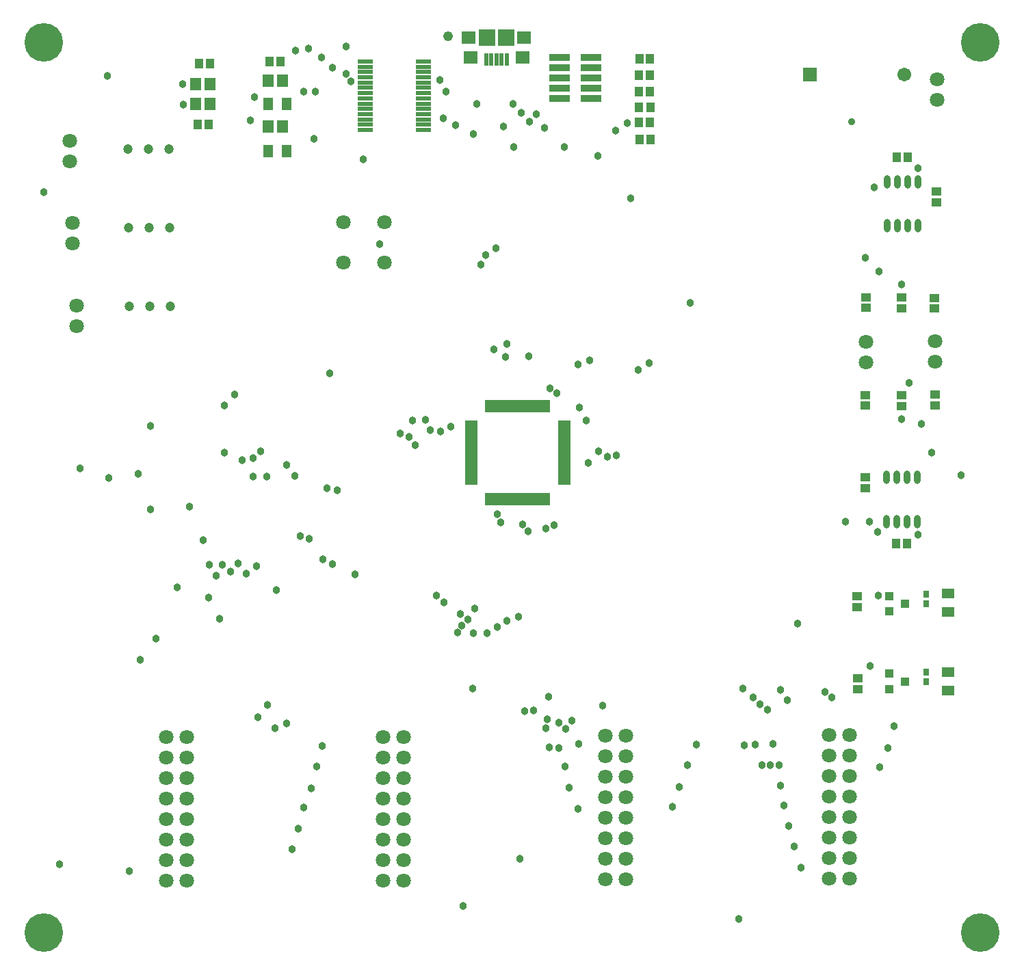
<source format=gts>
%FSTAX23Y23*%
%MOIN*%
%SFA1B1*%

%IPPOS*%
%ADD36R,0.072960X0.019810*%
%ADD37R,0.061150X0.019810*%
%ADD38R,0.019810X0.061150*%
%ADD39O,0.031620X0.065090*%
%ADD40R,0.053280X0.061150*%
%ADD41R,0.041470X0.045400*%
%ADD42R,0.045400X0.041470*%
%ADD43R,0.031620X0.037530*%
%ADD44R,0.102490X0.037920*%
%ADD45R,0.043430X0.039500*%
%ADD46R,0.023750X0.061150*%
%ADD47R,0.070990X0.063120*%
%ADD48R,0.065090X0.059180*%
%ADD49R,0.082800X0.082800*%
%ADD50R,0.051310X0.059180*%
%ADD51R,0.059180X0.051310*%
%ADD52R,0.043430X0.047370*%
%ADD53R,0.047370X0.043430*%
%ADD54C,0.070990*%
%ADD55C,0.047370*%
%ADD56C,0.067060*%
%ADD57R,0.067060X0.067060*%
%ADD58C,0.188000*%
%ADD59C,0.035560*%
%ADD60C,0.038000*%
%ADD61C,0.048000*%
%LNdev_board_pcb-1*%
%LPD*%
G54D36*
X03867Y05726D03*
Y057D03*
Y05675D03*
Y05649D03*
Y05623D03*
Y05598D03*
Y05572D03*
Y05547D03*
Y05521D03*
Y05496D03*
Y0547D03*
Y05444D03*
Y05419D03*
Y05393D03*
X04152Y05726D03*
Y057D03*
Y05675D03*
Y05649D03*
Y05623D03*
Y05598D03*
Y05572D03*
Y05547D03*
Y05521D03*
Y05496D03*
Y0547D03*
Y05444D03*
Y05419D03*
Y05393D03*
G54D37*
X04383Y03967D03*
Y03947D03*
Y03928D03*
Y03908D03*
Y03888D03*
Y03869D03*
Y03849D03*
Y03829D03*
Y0381D03*
Y0379D03*
Y0377D03*
Y03751D03*
Y03731D03*
Y03711D03*
Y03692D03*
Y03672D03*
X04836D03*
Y03692D03*
Y03711D03*
Y03731D03*
Y03751D03*
Y0377D03*
Y0379D03*
Y0381D03*
Y03829D03*
Y03849D03*
Y03869D03*
Y03888D03*
Y03908D03*
Y03928D03*
Y03947D03*
Y03967D03*
G54D38*
X04462Y03593D03*
X04482D03*
X04501D03*
X04521D03*
X04541D03*
X0456D03*
X0458D03*
X046D03*
X04619D03*
X04639D03*
X04659D03*
X04678D03*
X04698D03*
X04718D03*
X04737D03*
X04757D03*
Y04046D03*
X04737D03*
X04718D03*
X04698D03*
X04678D03*
X04659D03*
X04639D03*
X04619D03*
X046D03*
X0458D03*
X0456D03*
X04541D03*
X04521D03*
X04501D03*
X04482D03*
X04462D03*
G54D39*
X06557Y03699D03*
X06507D03*
X06457D03*
X06407D03*
X06557Y03484D03*
X06507D03*
X06457D03*
X06407D03*
X0641Y04926D03*
X0646D03*
X0651D03*
X0656D03*
X0641Y05141D03*
X0646D03*
X0651D03*
X0656D03*
G54D40*
X03463Y05408D03*
X03394D03*
X03463Y05634D03*
X03394D03*
X0304Y05518D03*
X03109D03*
X03042Y05617D03*
X03111D03*
G54D41*
X05205Y05346D03*
X05256D03*
X05203Y05741D03*
X05255D03*
G54D42*
X06304Y03647D03*
Y03698D03*
X06305Y04099D03*
Y04048D03*
X06643Y04051D03*
Y04103D03*
X06651Y05092D03*
Y05041D03*
X06641Y04523D03*
Y04574D03*
X06307Y04576D03*
Y04525D03*
G54D43*
X06599Y0275D03*
Y02704D03*
X066Y03129D03*
Y03084D03*
G54D44*
X04813Y05745D03*
X04966D03*
X04813Y05695D03*
X04966D03*
X04813Y05645D03*
X04966D03*
X04813Y05595D03*
X04966D03*
X04813Y05545D03*
X04966D03*
G54D45*
X06498Y02704D03*
X06419Y02667D03*
Y02742D03*
X06498Y03084D03*
X06419Y03046D03*
Y03121D03*
G54D46*
X04558Y05737D03*
X04532D03*
X04507D03*
X04481D03*
X04456D03*
G54D47*
X04633Y05746D03*
X04381D03*
G54D48*
X04642Y05843D03*
X04372D03*
G54D49*
X04554Y05843D03*
X0446D03*
G54D50*
X03394Y05289D03*
X03485D03*
X03484Y05521D03*
X03394D03*
G54D51*
X06708Y02659D03*
Y0275D03*
Y03042D03*
Y03133D03*
G54D52*
X05255Y05581D03*
X05201D03*
X05256Y05504D03*
X05202D03*
X05255Y0543D03*
X05202D03*
X05255Y05661D03*
X05201D03*
X06506Y03376D03*
X06453D03*
X03455Y05725D03*
X03402D03*
X03111Y05717D03*
X03057D03*
X0305Y05421D03*
X03103D03*
X06457Y0526D03*
X0651D03*
G54D53*
X0648Y041D03*
Y04047D03*
X06482Y04524D03*
Y04577D03*
X06268Y02667D03*
Y0272D03*
X06265Y03065D03*
Y03118D03*
G54D54*
X02426Y0524D03*
Y0534D03*
X0244Y04838D03*
Y04938D03*
X02459Y04436D03*
Y04536D03*
X06308Y04361D03*
Y04261D03*
X06643Y04362D03*
Y04262D03*
X06655Y0564D03*
Y0554D03*
X06226Y02442D03*
Y02342D03*
Y02242D03*
Y02142D03*
Y02042D03*
Y01942D03*
Y01842D03*
Y01742D03*
X06126D03*
Y01842D03*
Y01942D03*
Y02042D03*
Y02142D03*
Y02242D03*
Y02342D03*
Y02442D03*
X05138Y02439D03*
Y02339D03*
Y02239D03*
Y02139D03*
Y02039D03*
Y01939D03*
Y01839D03*
Y01739D03*
X05038D03*
Y01839D03*
Y01939D03*
Y02039D03*
Y02139D03*
Y02239D03*
Y02339D03*
Y02439D03*
X04055Y02433D03*
Y02333D03*
Y02233D03*
Y02133D03*
Y02033D03*
Y01933D03*
Y01833D03*
Y01733D03*
X03955D03*
Y01833D03*
Y01933D03*
Y02033D03*
Y02133D03*
Y02233D03*
Y02333D03*
Y02433D03*
X02998Y02432D03*
Y02332D03*
Y02232D03*
Y02132D03*
Y02032D03*
Y01932D03*
Y01832D03*
Y01732D03*
X02898D03*
Y01832D03*
Y01932D03*
Y02032D03*
Y02132D03*
Y02232D03*
Y02332D03*
Y02432D03*
X03762Y04747D03*
X03959D03*
X03762Y04943D03*
X03959D03*
G54D55*
X02814Y04916D03*
X02914D03*
X02714D03*
X02818Y04534D03*
X02918D03*
X02718D03*
X02812Y05301D03*
X02912D03*
X02712D03*
G54D56*
X06493Y05664D03*
G54D57*
X06034Y05664D03*
G54D58*
X023Y0148D03*
X06865D03*
Y05818D03*
X023D03*
G54D59*
X06236Y05432D03*
G54D60*
X02949Y03162D03*
X02847Y02913D03*
X0318Y03821D03*
X03076Y03394D03*
X03266Y03782D03*
X03012Y03557D03*
X02616Y03697D03*
X02762Y03716D03*
X03524Y03705D03*
X03387Y03703D03*
X03322Y03704D03*
X02478Y03744D03*
X04262Y0558D03*
X03328Y05552D03*
X03307Y05439D03*
X03617Y0535D03*
X03526Y0578D03*
X03624Y05578D03*
X03708Y05695D03*
X04229Y05636D03*
X02717Y01779D03*
X04395Y02939D03*
X05024Y02585D03*
X05923Y02614D03*
X05889Y02662D03*
X04764Y02383D03*
X06482Y04641D03*
X04394Y05374D03*
X04586Y0552D03*
X04161Y03978D03*
X04284Y03945D03*
X04233Y03922D03*
X0484Y0229D03*
X06367Y03122D03*
X04907Y02399D03*
X06373Y02287D03*
X06413Y02379D03*
X06443Y02485D03*
X0599Y01797D03*
X05957Y019D03*
X05931Y02D03*
X05906Y02098D03*
X0589Y02196D03*
X058Y02295D03*
X05883Y02296D03*
X05854Y02398D03*
X0584Y02295D03*
X05364Y02094D03*
X05397Y0219D03*
X05436Y02297D03*
X05481Y02397D03*
X04812Y02381D03*
X04859Y02186D03*
X04903Y02083D03*
X0462Y01838D03*
X03511Y01886D03*
X03539Y01987D03*
X03567Y02088D03*
X03603Y02182D03*
X0363Y0229D03*
X02609Y05656D03*
X05087Y05388D03*
X04184Y0393D03*
X04112Y03857D03*
X06561Y05206D03*
X06324Y03482D03*
X06206D03*
X06559Y0342D03*
X06363Y03432D03*
X06348Y05113D03*
X02769Y02809D03*
X04542Y05411D03*
X05001Y05267D03*
X03817Y03227D03*
X06517Y04158D03*
X04429Y04735D03*
X04504Y04817D03*
X03775Y058D03*
Y05666D03*
X03797Y05628D03*
X03653Y05746D03*
X03589Y05789D03*
X06772Y0371D03*
X03936Y04835D03*
X03693Y04206D03*
X02378Y01814D03*
X05975Y02987D03*
X05688Y01547D03*
X04345Y0161D03*
X0439Y02669D03*
X05449Y04551D03*
X03732Y03637D03*
X03593Y034D03*
X0355Y03413D03*
X03661Y033D03*
X03708Y03275D03*
X03337Y03266D03*
X03287Y03231D03*
X03247Y03281D03*
X03209Y03239D03*
X03172Y03274D03*
X0314Y03221D03*
X03107Y03272D03*
X03322Y03793D03*
X03156Y0301D03*
X03435Y03148D03*
X03356Y03827D03*
X03485Y03761D03*
X0451Y02971D03*
X04459Y02939D03*
X04318Y02942D03*
X04338Y02977D03*
X04367Y03005D03*
X04329Y03033D03*
X0425Y03089D03*
X044Y03061D03*
X04556Y02999D03*
X04614Y03018D03*
X04214Y03123D03*
X05144Y05426D03*
X04246Y05448D03*
X04412Y0552D03*
X06142Y02626D03*
X06108Y02654D03*
X04096Y03975D03*
X04079Y03895D03*
X04037Y03914D03*
X04509Y0352D03*
X04527Y03479D03*
X04633Y03468D03*
X04662Y03437D03*
X04788Y03465D03*
X04748Y03449D03*
X04954Y03771D03*
X05005Y03826D03*
X05046Y038D03*
X05091Y03806D03*
X04912Y0404D03*
X04663Y04288D03*
X04556Y0435D03*
X04494Y04323D03*
X04552Y04286D03*
X04768Y04134D03*
X04799Y04108D03*
X0525Y04257D03*
X04959Y04271D03*
X04741Y05404D03*
X04701Y05469D03*
X04667Y05433D03*
X04628Y05476D03*
X06577Y0396D03*
X05792Y02593D03*
X05757Y02626D03*
X05707Y02671D03*
X05767Y02396D03*
X05714Y02393D03*
X05828Y02566D03*
X04753Y02521D03*
X04761Y02628D03*
X04809Y02504D03*
X04644Y02559D03*
X04686Y02563D03*
X04747Y02475D03*
X04845Y02473D03*
X04874Y02514D03*
X03483Y02498D03*
X03427Y02475D03*
X03656Y0239D03*
X03345Y0253D03*
X03391Y02591D03*
X023Y05091D03*
X06371Y04704D03*
X06305Y0477D03*
X06627Y03821D03*
X04838Y05308D03*
X0459D03*
X02976Y05617D03*
X06479Y03983D03*
X02822Y03951D03*
X02821Y03542D03*
X03182Y04049D03*
X03568Y05579D03*
X05159Y05059D03*
X02979Y05517D03*
X03857Y0525D03*
X04455Y04784D03*
X04307Y05415D03*
X03682Y03646D03*
X06327Y0278D03*
X0323Y04102D03*
X03105Y03113D03*
X05196Y04223D03*
X04903Y04248D03*
X04944Y03976D03*
G54D61*
X04269Y05849D03*
M02*
</source>
